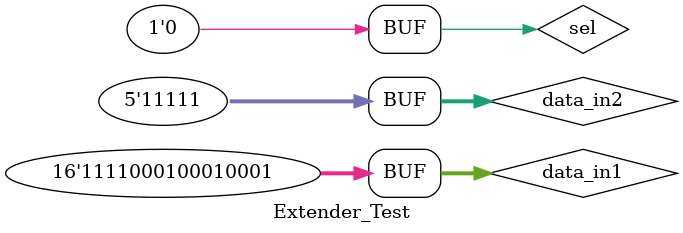
<source format=v>
`timescale 1ns / 1ps

module Extender_Test();
    reg sel;
reg [15:0]data_in1;
wire [31:0]data_out1;
reg [4:0]data_in2;
wire [31:0]data_out2;

initial
begin
data_in1 <= 16'hf111;
data_in2 <= 5'b11111;
sel <= 1;
#50
sel <= 0;
end

Extender #(.DATA_IN_WIDTH(16),.DATA_OUT_WIDTH(32)) test(data_in1,data_out1,sel);
endmodule

</source>
